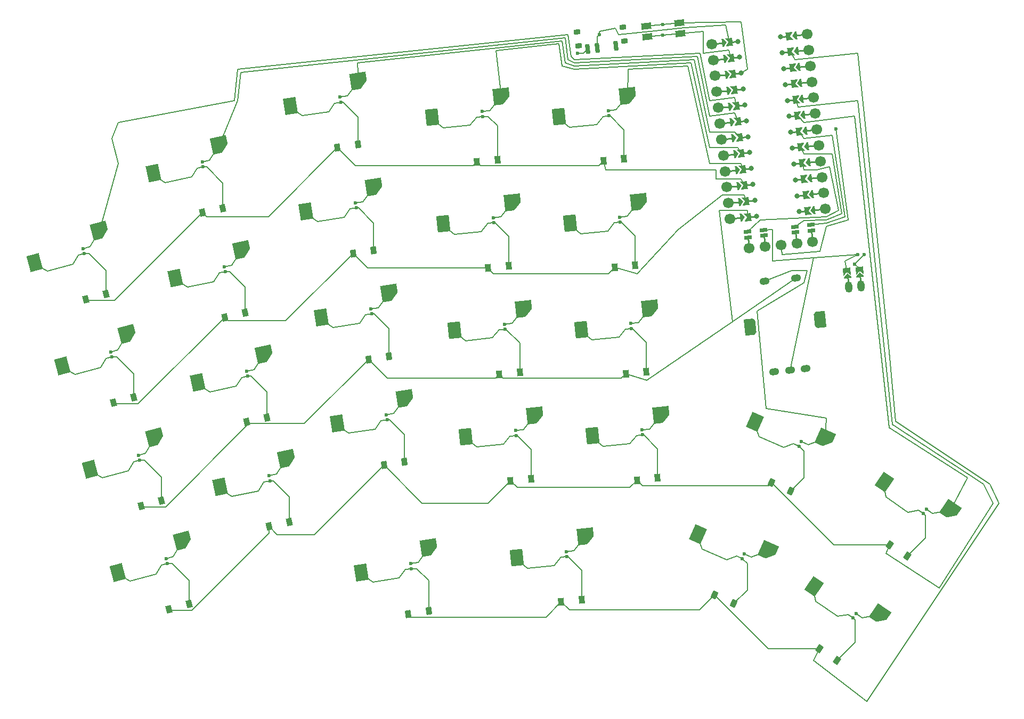
<source format=gbr>
%TF.GenerationSoftware,KiCad,Pcbnew,9.0.2*%
%TF.CreationDate,2025-05-27T05:35:02-06:00*%
%TF.ProjectId,keeb,6b656562-2e6b-4696-9361-645f70636258,v1.0.0*%
%TF.SameCoordinates,Original*%
%TF.FileFunction,Copper,L1,Top*%
%TF.FilePolarity,Positive*%
%FSLAX46Y46*%
G04 Gerber Fmt 4.6, Leading zero omitted, Abs format (unit mm)*
G04 Created by KiCad (PCBNEW 9.0.2) date 2025-05-27 05:35:02*
%MOMM*%
%LPD*%
G01*
G04 APERTURE LIST*
G04 Aperture macros list*
%AMHorizOval*
0 Thick line with rounded ends*
0 $1 width*
0 $2 $3 position (X,Y) of the first rounded end (center of the circle)*
0 $4 $5 position (X,Y) of the second rounded end (center of the circle)*
0 Add line between two ends*
20,1,$1,$2,$3,$4,$5,0*
0 Add two circle primitives to create the rounded ends*
1,1,$1,$2,$3*
1,1,$1,$4,$5*%
%AMRotRect*
0 Rectangle, with rotation*
0 The origin of the aperture is its center*
0 $1 length*
0 $2 width*
0 $3 Rotation angle, in degrees counterclockwise*
0 Add horizontal line*
21,1,$1,$2,0,0,$3*%
%AMOutline5P*
0 Free polygon, 5 corners , with rotation*
0 The origin of the aperture is its center*
0 number of corners: always 5*
0 $1 to $10 corner X, Y*
0 $11 Rotation angle, in degrees counterclockwise*
0 create outline with 5 corners*
4,1,5,$1,$2,$3,$4,$5,$6,$7,$8,$9,$10,$1,$2,$11*%
%AMOutline6P*
0 Free polygon, 6 corners , with rotation*
0 The origin of the aperture is its center*
0 number of corners: always 6*
0 $1 to $12 corner X, Y*
0 $13 Rotation angle, in degrees counterclockwise*
0 create outline with 6 corners*
4,1,6,$1,$2,$3,$4,$5,$6,$7,$8,$9,$10,$11,$12,$1,$2,$13*%
%AMOutline7P*
0 Free polygon, 7 corners , with rotation*
0 The origin of the aperture is its center*
0 number of corners: always 7*
0 $1 to $14 corner X, Y*
0 $15 Rotation angle, in degrees counterclockwise*
0 create outline with 7 corners*
4,1,7,$1,$2,$3,$4,$5,$6,$7,$8,$9,$10,$11,$12,$13,$14,$1,$2,$15*%
%AMOutline8P*
0 Free polygon, 8 corners , with rotation*
0 The origin of the aperture is its center*
0 number of corners: always 8*
0 $1 to $16 corner X, Y*
0 $17 Rotation angle, in degrees counterclockwise*
0 create outline with 8 corners*
4,1,8,$1,$2,$3,$4,$5,$6,$7,$8,$9,$10,$11,$12,$13,$14,$15,$16,$1,$2,$17*%
%AMFreePoly0*
4,1,6,0.250000,0.000000,-0.250000,-0.625000,-0.500000,-0.625000,-0.500000,0.625000,-0.250000,0.625000,0.250000,0.000000,0.250000,0.000000,$1*%
%AMFreePoly1*
4,1,6,0.500000,-0.625000,-0.650000,-0.625000,-0.150000,0.000000,-0.650000,0.625000,0.500000,0.625000,0.500000,-0.625000,0.500000,-0.625000,$1*%
%AMFreePoly2*
4,1,6,0.600000,-0.200000,0.600000,-0.400000,-0.600000,-0.400000,-0.600000,-0.200000,0.000000,0.400000,0.600000,-0.200000,0.600000,-0.200000,$1*%
%AMFreePoly3*
4,1,6,0.600000,-1.000000,0.000000,-0.400000,-0.600000,-1.000000,-0.600000,0.250000,0.600000,0.250000,0.600000,-1.000000,0.600000,-1.000000,$1*%
G04 Aperture macros list end*
%TA.AperFunction,SMDPad,CuDef*%
%ADD10Outline5P,-1.300000X1.300000X1.300000X1.300000X1.300000X-0.117000X0.117000X-1.300000X-1.300000X-1.300000X15.000000*%
%TD*%
%TA.AperFunction,SMDPad,CuDef*%
%ADD11RotRect,2.000000X2.600000X15.000000*%
%TD*%
%TA.AperFunction,SMDPad,CuDef*%
%ADD12Outline5P,-1.300000X1.300000X1.300000X1.300000X1.300000X-0.117000X0.117000X-1.300000X-1.300000X-1.300000X12.000000*%
%TD*%
%TA.AperFunction,SMDPad,CuDef*%
%ADD13RotRect,2.000000X2.600000X12.000000*%
%TD*%
%TA.AperFunction,SMDPad,CuDef*%
%ADD14Outline5P,-1.300000X1.300000X1.300000X1.300000X1.300000X-0.117000X0.117000X-1.300000X-1.300000X-1.300000X9.000000*%
%TD*%
%TA.AperFunction,SMDPad,CuDef*%
%ADD15RotRect,2.000000X2.600000X9.000000*%
%TD*%
%TA.AperFunction,SMDPad,CuDef*%
%ADD16Outline5P,-1.300000X1.300000X1.300000X1.300000X1.300000X-0.117000X0.117000X-1.300000X-1.300000X-1.300000X6.000000*%
%TD*%
%TA.AperFunction,SMDPad,CuDef*%
%ADD17RotRect,2.000000X2.600000X6.000000*%
%TD*%
%TA.AperFunction,SMDPad,CuDef*%
%ADD18Outline5P,-1.300000X1.300000X1.300000X1.300000X1.300000X-0.117000X0.117000X-1.300000X-1.300000X-1.300000X336.000000*%
%TD*%
%TA.AperFunction,SMDPad,CuDef*%
%ADD19RotRect,2.000000X2.600000X336.000000*%
%TD*%
%TA.AperFunction,SMDPad,CuDef*%
%ADD20Outline5P,-1.300000X1.300000X1.300000X1.300000X1.300000X-0.117000X0.117000X-1.300000X-1.300000X-1.300000X326.000000*%
%TD*%
%TA.AperFunction,SMDPad,CuDef*%
%ADD21RotRect,2.000000X2.600000X326.000000*%
%TD*%
%TA.AperFunction,SMDPad,CuDef*%
%ADD22RotRect,0.900000X1.200000X15.000000*%
%TD*%
%TA.AperFunction,SMDPad,CuDef*%
%ADD23RotRect,0.900000X1.200000X12.000000*%
%TD*%
%TA.AperFunction,SMDPad,CuDef*%
%ADD24RotRect,0.900000X1.200000X9.000000*%
%TD*%
%TA.AperFunction,SMDPad,CuDef*%
%ADD25RotRect,0.900000X1.200000X6.000000*%
%TD*%
%TA.AperFunction,SMDPad,CuDef*%
%ADD26RotRect,0.900000X1.200000X336.000000*%
%TD*%
%TA.AperFunction,SMDPad,CuDef*%
%ADD27RotRect,0.900000X1.200000X326.000000*%
%TD*%
%TA.AperFunction,ComponentPad*%
%ADD28C,1.700000*%
%TD*%
%TA.AperFunction,ComponentPad*%
%ADD29C,0.800000*%
%TD*%
%TA.AperFunction,SMDPad,CuDef*%
%ADD30FreePoly0,6.000000*%
%TD*%
%TA.AperFunction,SMDPad,CuDef*%
%ADD31FreePoly1,6.000000*%
%TD*%
%TA.AperFunction,SMDPad,CuDef*%
%ADD32FreePoly1,186.000000*%
%TD*%
%TA.AperFunction,SMDPad,CuDef*%
%ADD33FreePoly0,186.000000*%
%TD*%
%TA.AperFunction,SMDPad,CuDef*%
%ADD34RotRect,1.550000X1.000000X186.000000*%
%TD*%
%TA.AperFunction,ComponentPad*%
%ADD35HorizOval,1.100000X0.248630X0.026132X-0.248630X-0.026132X0*%
%TD*%
%TA.AperFunction,ComponentPad*%
%ADD36Outline6P,-1.300000X0.540000X-0.940000X0.900000X0.940000X0.900000X1.300000X0.540000X1.300000X-0.900000X-1.300000X-0.900000X276.000000*%
%TD*%
%TA.AperFunction,ComponentPad*%
%ADD37Outline6P,-1.300000X0.900000X1.300000X0.900000X1.300000X-0.540000X0.940000X-0.900000X-0.940000X-0.900000X-1.300000X-0.540000X276.000000*%
%TD*%
%TA.AperFunction,ComponentPad*%
%ADD38HorizOval,1.200000X-0.028745X0.273494X0.028745X-0.273494X0*%
%TD*%
%TA.AperFunction,SMDPad,CuDef*%
%ADD39FreePoly2,6.000000*%
%TD*%
%TA.AperFunction,SMDPad,CuDef*%
%ADD40FreePoly3,6.000000*%
%TD*%
%TA.AperFunction,SMDPad,CuDef*%
%ADD41RotRect,1.000000X0.800000X186.000000*%
%TD*%
%TA.AperFunction,SMDPad,CuDef*%
%ADD42RotRect,0.700000X1.500000X186.000000*%
%TD*%
%TA.AperFunction,SMDPad,CuDef*%
%ADD43RotRect,0.600000X1.200000X96.000000*%
%TD*%
%TA.AperFunction,ComponentPad*%
%ADD44HorizOval,1.700000X0.000000X0.000000X0.000000X0.000000X0*%
%TD*%
%TA.AperFunction,ViaPad*%
%ADD45C,0.600000*%
%TD*%
%TA.AperFunction,Conductor*%
%ADD46C,0.200000*%
%TD*%
%TA.AperFunction,Conductor*%
%ADD47C,0.250000*%
%TD*%
G04 APERTURE END LIST*
D10*
%TO.P,S1,1*%
%TO.N,P21*%
X47223510Y-93984370D03*
D11*
%TO.P,S1,2*%
%TO.N,pinky_bottom*%
X36926246Y-99021121D03*
%TD*%
D10*
%TO.P,S2,1*%
%TO.N,P21*%
X42823586Y-77563631D03*
D11*
%TO.P,S2,2*%
%TO.N,pinky_home*%
X32526322Y-82600382D03*
%TD*%
D10*
%TO.P,S3,1*%
%TO.N,P21*%
X38423663Y-61142892D03*
D11*
%TO.P,S3,2*%
%TO.N,pinky_top*%
X28126399Y-66179643D03*
%TD*%
D10*
%TO.P,S4,1*%
%TO.N,P21*%
X34023739Y-44722153D03*
D11*
%TO.P,S4,2*%
%TO.N,pinky_number*%
X23726475Y-49758904D03*
%TD*%
D12*
%TO.P,S5,1*%
%TO.N,P20*%
X63719064Y-80950441D03*
D13*
%TO.P,S5,2*%
%TO.N,ring_bottom*%
X53172309Y-85441372D03*
%TD*%
D12*
%TO.P,S6,1*%
%TO.N,P20*%
X60184565Y-64321931D03*
D13*
%TO.P,S6,2*%
%TO.N,ring_home*%
X49637810Y-68812862D03*
%TD*%
D12*
%TO.P,S7,1*%
%TO.N,P20*%
X56650067Y-47693422D03*
D13*
%TO.P,S7,2*%
%TO.N,ring_top*%
X46103312Y-52184353D03*
%TD*%
D12*
%TO.P,S8,1*%
%TO.N,P20*%
X53115568Y-31064913D03*
D13*
%TO.P,S8,2*%
%TO.N,ring_number*%
X42568813Y-35555844D03*
%TD*%
D14*
%TO.P,S9,1*%
%TO.N,P19*%
X82535888Y-71375624D03*
D15*
%TO.P,S9,2*%
%TO.N,middle_bottom*%
X71768550Y-75308426D03*
%TD*%
D14*
%TO.P,S10,1*%
%TO.N,P19*%
X80074040Y-54553635D03*
D15*
%TO.P,S10,2*%
%TO.N,middle_home*%
X69306702Y-58486437D03*
%TD*%
D14*
%TO.P,S11,1*%
%TO.N,P19*%
X77612191Y-37731646D03*
D15*
%TO.P,S11,2*%
%TO.N,middle_top*%
X66844853Y-41664448D03*
%TD*%
D14*
%TO.P,S12,1*%
%TO.N,P19*%
X75150343Y-20909657D03*
D15*
%TO.P,S12,2*%
%TO.N,middle_number*%
X64383005Y-24842459D03*
%TD*%
D14*
%TO.P,S13,1*%
%TO.N,P19*%
X86389084Y-95064500D03*
D15*
%TO.P,S13,2*%
%TO.N,middle_additional*%
X75621746Y-98997302D03*
%TD*%
D16*
%TO.P,S14,1*%
%TO.N,P18*%
X103204513Y-74044718D03*
D17*
%TO.P,S14,2*%
%TO.N,index_bottom*%
X92246104Y-77408611D03*
%TD*%
D16*
%TO.P,S15,1*%
%TO.N,P18*%
X101427530Y-57137846D03*
D17*
%TO.P,S15,2*%
%TO.N,index_home*%
X90469121Y-60501739D03*
%TD*%
D16*
%TO.P,S16,1*%
%TO.N,P18*%
X99650546Y-40230974D03*
D17*
%TO.P,S16,2*%
%TO.N,index_top*%
X88692137Y-43594867D03*
%TD*%
D16*
%TO.P,S17,1*%
%TO.N,P18*%
X97873562Y-23324101D03*
D17*
%TO.P,S17,2*%
%TO.N,index_number*%
X86915153Y-26687994D03*
%TD*%
D16*
%TO.P,S18,1*%
%TO.N,P15*%
X123304008Y-73943192D03*
D17*
%TO.P,S18,2*%
%TO.N,inner_bottom*%
X112345599Y-77307085D03*
%TD*%
D16*
%TO.P,S19,1*%
%TO.N,P15*%
X121527025Y-57036320D03*
D17*
%TO.P,S19,2*%
%TO.N,inner_home*%
X110568616Y-60400213D03*
%TD*%
D16*
%TO.P,S20,1*%
%TO.N,P15*%
X119750041Y-40129448D03*
D17*
%TO.P,S20,2*%
%TO.N,inner_top*%
X108791632Y-43493341D03*
%TD*%
D16*
%TO.P,S21,1*%
%TO.N,P15*%
X117973057Y-23222576D03*
D17*
%TO.P,S21,2*%
%TO.N,inner_number*%
X107014648Y-26586469D03*
%TD*%
D16*
%TO.P,S22,1*%
%TO.N,P18*%
X111262214Y-93307985D03*
D17*
%TO.P,S22,2*%
%TO.N,space_top*%
X100303805Y-96671878D03*
%TD*%
D18*
%TO.P,S23,1*%
%TO.N,P1*%
X149372955Y-77673328D03*
D19*
%TO.P,S23,2*%
%TO.N,first_top*%
X138200748Y-75107341D03*
%TD*%
D18*
%TO.P,S24,1*%
%TO.N,P1*%
X140324676Y-95537501D03*
D19*
%TO.P,S24,2*%
%TO.N,first_bottom*%
X129152469Y-92971514D03*
%TD*%
D20*
%TO.P,S25,1*%
%TO.N,P3*%
X169290975Y-89110678D03*
D21*
%TO.P,S25,2*%
%TO.N,second_top*%
X158734078Y-84643641D03*
%TD*%
D20*
%TO.P,S26,1*%
%TO.N,P3*%
X158107117Y-105691430D03*
D21*
%TO.P,S26,2*%
%TO.N,second_bottom*%
X147550220Y-101224393D03*
%TD*%
D22*
%TO.P,D1,1*%
%TO.N,P2*%
X45041574Y-104870015D03*
%TO.P,D1,2*%
%TO.N,pinky_bottom*%
X48229130Y-104015913D03*
%TD*%
%TO.P,D2,1*%
%TO.N,P10*%
X40641651Y-88449276D03*
%TO.P,D2,2*%
%TO.N,pinky_home*%
X43829207Y-87595174D03*
%TD*%
%TO.P,D3,1*%
%TO.N,P16*%
X36241727Y-72028537D03*
%TO.P,D3,2*%
%TO.N,pinky_top*%
X39429283Y-71174435D03*
%TD*%
%TO.P,D4,1*%
%TO.N,P14*%
X31841803Y-55607798D03*
%TO.P,D4,2*%
%TO.N,pinky_number*%
X35029359Y-54753696D03*
%TD*%
D23*
%TO.P,D5,1*%
%TO.N,P2*%
X60970408Y-91706974D03*
%TO.P,D5,2*%
%TO.N,ring_bottom*%
X64198296Y-91020866D03*
%TD*%
%TO.P,D6,1*%
%TO.N,P10*%
X57435909Y-75078465D03*
%TO.P,D6,2*%
%TO.N,ring_home*%
X60663797Y-74392357D03*
%TD*%
%TO.P,D7,1*%
%TO.N,P16*%
X53901410Y-58449956D03*
%TO.P,D7,2*%
%TO.N,ring_top*%
X57129298Y-57763848D03*
%TD*%
%TO.P,D8,1*%
%TO.N,P14*%
X50366912Y-41821446D03*
%TO.P,D8,2*%
%TO.N,ring_number*%
X53594800Y-41135338D03*
%TD*%
D24*
%TO.P,D9,1*%
%TO.N,P2*%
X79228046Y-81973562D03*
%TO.P,D9,2*%
%TO.N,middle_bottom*%
X82487418Y-81457328D03*
%TD*%
%TO.P,D10,1*%
%TO.N,P10*%
X76766197Y-65151573D03*
%TO.P,D10,2*%
%TO.N,middle_home*%
X80025569Y-64635339D03*
%TD*%
%TO.P,D11,1*%
%TO.N,P16*%
X74304349Y-48329585D03*
%TO.P,D11,2*%
%TO.N,middle_top*%
X77563721Y-47813351D03*
%TD*%
%TO.P,D12,1*%
%TO.N,P14*%
X71842501Y-31507596D03*
%TO.P,D12,2*%
%TO.N,middle_number*%
X75101873Y-30991362D03*
%TD*%
%TO.P,D13,1*%
%TO.N,P0*%
X83081242Y-105662439D03*
%TO.P,D13,2*%
%TO.N,middle_additional*%
X86340614Y-105146205D03*
%TD*%
D25*
%TO.P,D14,1*%
%TO.N,P2*%
X99346551Y-84455014D03*
%TO.P,D14,2*%
%TO.N,index_bottom*%
X102628473Y-84110070D03*
%TD*%
%TO.P,D15,1*%
%TO.N,P10*%
X97569567Y-67548141D03*
%TO.P,D15,2*%
%TO.N,index_home*%
X100851489Y-67203197D03*
%TD*%
%TO.P,D16,1*%
%TO.N,P16*%
X95792584Y-50641269D03*
%TO.P,D16,2*%
%TO.N,index_top*%
X99074506Y-50296325D03*
%TD*%
%TO.P,D17,1*%
%TO.N,P14*%
X94015600Y-33734397D03*
%TO.P,D17,2*%
%TO.N,index_number*%
X97297522Y-33389453D03*
%TD*%
%TO.P,D18,1*%
%TO.N,P2*%
X119446046Y-84353488D03*
%TO.P,D18,2*%
%TO.N,inner_bottom*%
X122727968Y-84008544D03*
%TD*%
%TO.P,D19,1*%
%TO.N,P10*%
X117669062Y-67446616D03*
%TO.P,D19,2*%
%TO.N,inner_home*%
X120950984Y-67101672D03*
%TD*%
%TO.P,D20,1*%
%TO.N,P16*%
X115892078Y-50539744D03*
%TO.P,D20,2*%
%TO.N,inner_top*%
X119174000Y-50194800D03*
%TD*%
%TO.P,D21,1*%
%TO.N,P14*%
X114115095Y-33632871D03*
%TO.P,D21,2*%
%TO.N,inner_number*%
X117397017Y-33287927D03*
%TD*%
%TO.P,D22,1*%
%TO.N,P0*%
X107404252Y-103718281D03*
%TO.P,D22,2*%
%TO.N,space_top*%
X110686174Y-103373337D03*
%TD*%
D26*
%TO.P,D23,1*%
%TO.N,P2*%
X140826714Y-84759928D03*
%TO.P,D23,2*%
%TO.N,first_top*%
X143841414Y-86102158D03*
%TD*%
%TO.P,D24,1*%
%TO.N,P0*%
X131778436Y-102624101D03*
%TO.P,D24,2*%
%TO.N,first_bottom*%
X134793136Y-103966331D03*
%TD*%
D27*
%TO.P,D25,1*%
%TO.N,P2*%
X159643995Y-94605577D03*
%TO.P,D25,2*%
%TO.N,second_top*%
X162379819Y-96450913D03*
%TD*%
%TO.P,D26,1*%
%TO.N,P0*%
X148460137Y-111186329D03*
%TO.P,D26,2*%
%TO.N,second_bottom*%
X151195961Y-113031665D03*
%TD*%
D28*
%TO.P,MCU1,24*%
%TO.N,MCU1_24*%
X131295221Y-15035179D03*
%TO.P,MCU1,1*%
%TO.N,MCU1_1*%
X146451734Y-13442165D03*
D29*
%TO.P,MCU1,124*%
%TO.N,RAW*%
X135492103Y-14594069D03*
%TO.P,MCU1,101*%
%TO.N,P1*%
X142254852Y-13883275D03*
D30*
%TO.P,MCU1,24*%
%TO.N,MCU1_24*%
X133403607Y-14813578D03*
D31*
%TO.P,MCU1,124*%
%TO.N,RAW*%
X134124635Y-14737795D03*
D32*
%TO.P,MCU1,101*%
%TO.N,P1*%
X143622320Y-13739549D03*
D33*
%TO.P,MCU1,1*%
%TO.N,MCU1_1*%
X144343348Y-13663765D03*
D28*
%TO.P,MCU1,23*%
%TO.N,MCU1_23*%
X131560723Y-17561264D03*
%TO.P,MCU1,2*%
%TO.N,MCU1_2*%
X146717237Y-15968251D03*
D29*
%TO.P,MCU1,123*%
%TO.N,GND*%
X135757605Y-17120154D03*
%TO.P,MCU1,102*%
%TO.N,P0*%
X142520354Y-16409361D03*
D30*
%TO.P,MCU1,23*%
%TO.N,MCU1_23*%
X133669109Y-17339664D03*
D31*
%TO.P,MCU1,123*%
%TO.N,GND*%
X134390138Y-17263881D03*
D32*
%TO.P,MCU1,102*%
%TO.N,P0*%
X143887822Y-16265634D03*
D33*
%TO.P,MCU1,2*%
%TO.N,MCU1_2*%
X144608850Y-16189851D03*
D28*
%TO.P,MCU1,22*%
%TO.N,MCU1_22*%
X131826225Y-20087350D03*
%TO.P,MCU1,3*%
%TO.N,MCU1_3*%
X146982739Y-18494336D03*
D29*
%TO.P,MCU1,122*%
%TO.N,RST*%
X136023108Y-19646240D03*
%TO.P,MCU1,103*%
%TO.N,GND*%
X142785857Y-18935446D03*
D30*
%TO.P,MCU1,22*%
%TO.N,MCU1_22*%
X133934612Y-19865750D03*
D31*
%TO.P,MCU1,122*%
%TO.N,RST*%
X134655640Y-19789967D03*
D32*
%TO.P,MCU1,103*%
%TO.N,GND*%
X144153324Y-18791720D03*
D33*
%TO.P,MCU1,3*%
%TO.N,MCU1_3*%
X144874353Y-18715937D03*
D28*
%TO.P,MCU1,21*%
%TO.N,MCU1_21*%
X132091728Y-22613436D03*
%TO.P,MCU1,4*%
%TO.N,MCU1_4*%
X147248241Y-21020422D03*
D29*
%TO.P,MCU1,121*%
%TO.N,VCC*%
X136288610Y-22172326D03*
%TO.P,MCU1,104*%
%TO.N,GND*%
X143051359Y-21461532D03*
D30*
%TO.P,MCU1,21*%
%TO.N,MCU1_21*%
X134200114Y-22391835D03*
D31*
%TO.P,MCU1,121*%
%TO.N,VCC*%
X134921142Y-22316052D03*
D32*
%TO.P,MCU1,104*%
%TO.N,GND*%
X144418826Y-21317805D03*
D33*
%TO.P,MCU1,4*%
%TO.N,MCU1_4*%
X145139855Y-21242022D03*
D28*
%TO.P,MCU1,20*%
%TO.N,MCU1_20*%
X132357230Y-25139521D03*
%TO.P,MCU1,5*%
%TO.N,MCU1_5*%
X147513744Y-23546507D03*
D29*
%TO.P,MCU1,120*%
%TO.N,P21*%
X136554112Y-24698411D03*
%TO.P,MCU1,105*%
%TO.N,P2*%
X143316861Y-23987618D03*
D30*
%TO.P,MCU1,20*%
%TO.N,MCU1_20*%
X134465616Y-24917921D03*
D31*
%TO.P,MCU1,120*%
%TO.N,P21*%
X135186645Y-24842138D03*
D32*
%TO.P,MCU1,105*%
%TO.N,P2*%
X144684329Y-23843891D03*
D33*
%TO.P,MCU1,5*%
%TO.N,MCU1_5*%
X145405357Y-23768108D03*
D28*
%TO.P,MCU1,19*%
%TO.N,MCU1_19*%
X132622732Y-27665607D03*
%TO.P,MCU1,6*%
%TO.N,MCU1_6*%
X147779246Y-26072593D03*
D29*
%TO.P,MCU1,119*%
%TO.N,P20*%
X136819615Y-27224497D03*
%TO.P,MCU1,106*%
%TO.N,P3*%
X143582363Y-26513703D03*
D30*
%TO.P,MCU1,19*%
%TO.N,MCU1_19*%
X134731119Y-27444007D03*
D31*
%TO.P,MCU1,119*%
%TO.N,P20*%
X135452147Y-27368223D03*
D32*
%TO.P,MCU1,106*%
%TO.N,P3*%
X144949831Y-26369977D03*
D33*
%TO.P,MCU1,6*%
%TO.N,MCU1_6*%
X145670859Y-26294193D03*
D28*
%TO.P,MCU1,18*%
%TO.N,MCU1_18*%
X132888234Y-30191693D03*
%TO.P,MCU1,7*%
%TO.N,MCU1_7*%
X148044748Y-28598679D03*
D29*
%TO.P,MCU1,118*%
%TO.N,P19*%
X137085117Y-29750582D03*
%TO.P,MCU1,107*%
%TO.N,P4*%
X143847866Y-29039789D03*
D30*
%TO.P,MCU1,18*%
%TO.N,MCU1_18*%
X134996621Y-29970092D03*
D31*
%TO.P,MCU1,118*%
%TO.N,P19*%
X135717649Y-29894309D03*
D32*
%TO.P,MCU1,107*%
%TO.N,P4*%
X145215333Y-28896062D03*
D33*
%TO.P,MCU1,7*%
%TO.N,MCU1_7*%
X145936362Y-28820279D03*
D28*
%TO.P,MCU1,17*%
%TO.N,MCU1_17*%
X133153737Y-32717778D03*
%TO.P,MCU1,8*%
%TO.N,MCU1_8*%
X148310250Y-31124764D03*
D29*
%TO.P,MCU1,117*%
%TO.N,P18*%
X137350619Y-32276668D03*
%TO.P,MCU1,108*%
%TO.N,P5*%
X144113368Y-31565874D03*
D30*
%TO.P,MCU1,17*%
%TO.N,MCU1_17*%
X135262123Y-32496178D03*
D31*
%TO.P,MCU1,117*%
%TO.N,P18*%
X135983152Y-32420395D03*
D32*
%TO.P,MCU1,108*%
%TO.N,P5*%
X145480836Y-31422148D03*
D33*
%TO.P,MCU1,8*%
%TO.N,MCU1_8*%
X146201864Y-31346365D03*
D28*
%TO.P,MCU1,16*%
%TO.N,MCU1_16*%
X133419239Y-35243864D03*
%TO.P,MCU1,9*%
%TO.N,MCU1_9*%
X148575753Y-33650850D03*
D29*
%TO.P,MCU1,116*%
%TO.N,P15*%
X137616121Y-34802754D03*
%TO.P,MCU1,109*%
%TO.N,P6*%
X144378870Y-34091960D03*
D30*
%TO.P,MCU1,16*%
%TO.N,MCU1_16*%
X135527625Y-35022263D03*
D31*
%TO.P,MCU1,116*%
%TO.N,P15*%
X136248654Y-34946480D03*
D32*
%TO.P,MCU1,109*%
%TO.N,P6*%
X145746338Y-33948233D03*
D33*
%TO.P,MCU1,9*%
%TO.N,MCU1_9*%
X146467366Y-33872450D03*
D28*
%TO.P,MCU1,15*%
%TO.N,MCU1_15*%
X133684741Y-37769949D03*
%TO.P,MCU1,10*%
%TO.N,MCU1_10*%
X148841255Y-36176936D03*
D29*
%TO.P,MCU1,115*%
%TO.N,P14*%
X137881624Y-37328839D03*
%TO.P,MCU1,110*%
%TO.N,P7*%
X144644373Y-36618046D03*
D30*
%TO.P,MCU1,15*%
%TO.N,MCU1_15*%
X135793128Y-37548349D03*
D31*
%TO.P,MCU1,115*%
%TO.N,P14*%
X136514156Y-37472566D03*
D32*
%TO.P,MCU1,110*%
%TO.N,P7*%
X146011840Y-36474319D03*
D33*
%TO.P,MCU1,10*%
%TO.N,MCU1_10*%
X146732869Y-36398536D03*
D28*
%TO.P,MCU1,14*%
%TO.N,MCU1_14*%
X133950244Y-40296035D03*
%TO.P,MCU1,11*%
%TO.N,MCU1_11*%
X149106757Y-38703021D03*
D29*
%TO.P,MCU1,114*%
%TO.N,P16*%
X138147126Y-39854925D03*
%TO.P,MCU1,111*%
%TO.N,P8*%
X144909875Y-39144131D03*
D30*
%TO.P,MCU1,14*%
%TO.N,MCU1_14*%
X136058630Y-40074435D03*
D31*
%TO.P,MCU1,114*%
%TO.N,P16*%
X136779658Y-39998651D03*
D32*
%TO.P,MCU1,111*%
%TO.N,P8*%
X146277343Y-39000405D03*
D33*
%TO.P,MCU1,11*%
%TO.N,MCU1_11*%
X146998371Y-38924622D03*
D28*
%TO.P,MCU1,13*%
%TO.N,MCU1_13*%
X134215746Y-42822121D03*
%TO.P,MCU1,12*%
%TO.N,MCU1_12*%
X149372260Y-41229107D03*
D29*
%TO.P,MCU1,113*%
%TO.N,P10*%
X138412628Y-42381010D03*
%TO.P,MCU1,112*%
%TO.N,P9*%
X145175377Y-41670217D03*
D30*
%TO.P,MCU1,13*%
%TO.N,MCU1_13*%
X136324132Y-42600520D03*
D31*
%TO.P,MCU1,113*%
%TO.N,P10*%
X137045161Y-42524737D03*
D32*
%TO.P,MCU1,112*%
%TO.N,P9*%
X146542845Y-41526490D03*
D33*
%TO.P,MCU1,12*%
%TO.N,MCU1_12*%
X147263873Y-41450707D03*
%TD*%
D34*
%TO.P,RST1,1*%
%TO.N,RST*%
X126158608Y-11653576D03*
%TO.P,RST1,2*%
%TO.N,GND*%
X126336306Y-13344263D03*
%TO.P,RST1,3*%
%TO.N,RST*%
X120937368Y-12202351D03*
%TO.P,RST1,4*%
%TO.N,GND*%
X121115066Y-13893038D03*
%TD*%
D35*
%TO.P,RE1,A*%
%TO.N,P9*%
X146230557Y-66636179D03*
%TO.P,RE1,B*%
%TO.N,GND*%
X143744252Y-66897500D03*
%TO.P,RE1,C*%
%TO.N,P8*%
X141257948Y-67158821D03*
%TO.P,RE1,S1*%
%TO.N,P1*%
X139742285Y-52738254D03*
%TO.P,RE1,S2*%
%TO.N,P10*%
X144714894Y-52215612D03*
D36*
%TO.P,RE1,*%
%TO.N,*%
X137390966Y-60023945D03*
D37*
X148529612Y-58853227D03*
%TD*%
D38*
%TO.P,JST1,11*%
%TO.N,JST1_1*%
X155062049Y-53461372D03*
%TO.P,JST1,12*%
%TO.N,JST1_2*%
X153073005Y-53670428D03*
D39*
%TO.P,JST1,21*%
%TO.N,JST1_1*%
X154873898Y-51671232D03*
%TO.P,JST1,22*%
%TO.N,JST1_2*%
X152884854Y-51880289D03*
D40*
%TO.P,JST1,1*%
%TO.N,BAT_P*%
X154767697Y-50660798D03*
%TO.P,JST1,2*%
%TO.N,GND*%
X152778653Y-50869855D03*
%TD*%
D41*
%TO.P,PWR1,*%
%TO.N,*%
X109944019Y-13081284D03*
X110175026Y-15279177D03*
X117435036Y-14516119D03*
X117204028Y-12318226D03*
D42*
%TO.P,PWR1,1*%
%TO.N,N/C*%
X116110649Y-15308898D03*
%TO.P,PWR1,2*%
%TO.N,RAW*%
X113127083Y-15622484D03*
%TO.P,PWR1,3*%
%TO.N,BAT_P*%
X111635301Y-15779277D03*
%TD*%
D43*
%TO.P,DISP1,14*%
%TO.N,P6*%
X136983293Y-44853964D03*
%TO.P,DISP1,15*%
%TO.N,GND*%
X139509378Y-44588462D03*
%TO.P,DISP1,16*%
%TO.N,P5*%
X144561550Y-44057457D03*
%TO.P,DISP1,17*%
%TO.N,P4*%
X147087635Y-43791955D03*
%TO.P,DISP1,10*%
%TO.N,DISP1_1*%
X137077368Y-45749034D03*
%TO.P,DISP1,11*%
%TO.N,DISP1_2*%
X139603454Y-45483532D03*
%TO.P,DISP1,12*%
%TO.N,DISP1_4*%
X144655625Y-44952527D03*
%TO.P,DISP1,13*%
%TO.N,DISP1_5*%
X147181711Y-44687025D03*
D44*
%TO.P,DISP1,1*%
%TO.N,DISP1_1*%
X137260293Y-47489447D03*
%TO.P,DISP1,2*%
%TO.N,DISP1_2*%
X139786379Y-47223945D03*
%TO.P,DISP1,3*%
%TO.N,VCC*%
X142312464Y-46958443D03*
%TO.P,DISP1,4*%
%TO.N,DISP1_4*%
X144838550Y-46692940D03*
D28*
%TO.P,DISP1,5*%
%TO.N,DISP1_5*%
X147364636Y-46427438D03*
%TD*%
D45*
%TO.N,VCC*%
X151066667Y-28500000D03*
%TO.N,BAT_P*%
X155500000Y-48500000D03*
%TO.N,GND*%
X154500000Y-48500000D03*
%TO.N,BAT_P*%
X154000000Y-50000000D03*
%TO.N,GND*%
X123500000Y-13642371D03*
%TO.N,RST*%
X123500000Y-11933007D03*
%TO.N,RAW*%
X113500000Y-13500000D03*
%TO.N,BAT_P*%
X110000000Y-16500000D03*
%TO.N,P21*%
X44597152Y-96836298D03*
%TO.N,pinky_bottom*%
X44804208Y-97609039D03*
%TO.N,P21*%
X40197229Y-80415559D03*
%TO.N,pinky_home*%
X40404284Y-81188300D03*
%TO.N,P21*%
X35797305Y-63994820D03*
%TO.N,pinky_top*%
X36004360Y-64767561D03*
%TO.N,P21*%
X31397381Y-47574081D03*
%TO.N,pinky_number*%
X31604436Y-48346822D03*
%TO.N,P20*%
X60947047Y-83661008D03*
%TO.N,ring_bottom*%
X61113377Y-84443526D03*
%TO.N,P20*%
X57412549Y-67032498D03*
%TO.N,ring_home*%
X57578878Y-67815017D03*
%TO.N,P20*%
X53878050Y-50403989D03*
%TO.N,ring_top*%
X54044379Y-51186507D03*
%TO.N,P20*%
X50343551Y-33775480D03*
%TO.N,ring_number*%
X50509881Y-34557998D03*
%TO.N,P19*%
X79625810Y-73937399D03*
%TO.N,middle_bottom*%
X79750958Y-74727550D03*
%TO.N,P19*%
X77163962Y-57115410D03*
%TO.N,middle_home*%
X77289110Y-57905561D03*
%TO.N,P19*%
X74702114Y-40293422D03*
%TO.N,middle_top*%
X74827261Y-41083573D03*
%TO.N,P19*%
X72240265Y-23471433D03*
%TO.N,middle_number*%
X72365413Y-24261584D03*
%TO.N,P19*%
X83479006Y-97626276D03*
%TO.N,middle_additional*%
X83604154Y-98416427D03*
%TO.N,P18*%
X100164351Y-76450682D03*
%TO.N,index_bottom*%
X100247973Y-77246299D03*
%TO.N,P18*%
X98387367Y-59543809D03*
%TO.N,index_home*%
X98470990Y-60339427D03*
%TO.N,P18*%
X96610383Y-42636937D03*
%TO.N,index_top*%
X96694006Y-43432555D03*
%TO.N,P18*%
X94833399Y-25730065D03*
%TO.N,index_number*%
X94917022Y-26525683D03*
%TO.N,P15*%
X120263846Y-76349156D03*
%TO.N,inner_bottom*%
X120347468Y-77144774D03*
%TO.N,P15*%
X118486862Y-59442284D03*
%TO.N,inner_home*%
X118570484Y-60237901D03*
%TO.N,P15*%
X116709878Y-42535412D03*
%TO.N,inner_top*%
X116793501Y-43331029D03*
%TO.N,P15*%
X114932894Y-25628539D03*
%TO.N,inner_number*%
X115016517Y-26424157D03*
%TO.N,P18*%
X108222051Y-95713949D03*
%TO.N,space_top*%
X108305674Y-96509566D03*
%TO.N,P1*%
X145537115Y-78236873D03*
%TO.N,first_top*%
X145211726Y-78967709D03*
%TO.N,P1*%
X136488837Y-96101045D03*
%TO.N,first_bottom*%
X136163448Y-96831882D03*
%TO.N,P3*%
X165415551Y-88999574D03*
%TO.N,second_top*%
X164968197Y-89662805D03*
%TO.N,P3*%
X154231693Y-105580326D03*
%TO.N,second_bottom*%
X153784339Y-106243556D03*
%TD*%
D46*
%TO.N,VCC*%
X149500000Y-44000000D02*
X153000000Y-43000000D01*
X148500000Y-48000000D02*
X149500000Y-44000000D01*
X153000000Y-43000000D02*
X151066667Y-28500000D01*
X142500000Y-48500000D02*
X148500000Y-48000000D01*
X142312464Y-46958443D02*
X142500000Y-48500000D01*
%TO.N,P4*%
X146000000Y-30000000D02*
X145215333Y-28896062D01*
X150500000Y-29500000D02*
X146000000Y-30000000D01*
X149500000Y-43500000D02*
X152500000Y-42500000D01*
X152500000Y-42500000D02*
X150500000Y-29500000D01*
X147087635Y-43791955D02*
X149500000Y-43500000D01*
%TO.N,P5*%
X150500000Y-32500000D02*
X146000000Y-32500000D01*
X152000000Y-42000000D02*
X150500000Y-32500000D01*
X149500000Y-43000000D02*
X152000000Y-42000000D01*
X146003189Y-43066968D02*
X149500000Y-43000000D01*
X144561550Y-44057457D02*
X146003189Y-43066968D01*
X146000000Y-32500000D02*
X145480836Y-31422148D01*
%TO.N,P6*%
X148000000Y-35000000D02*
X146000000Y-35000000D01*
X149500000Y-42500000D02*
X151500000Y-41500000D01*
X146000000Y-35000000D02*
X145746338Y-33948233D01*
X151500000Y-41500000D02*
X150000000Y-34500000D01*
X139000000Y-43000000D02*
X149500000Y-42500000D01*
X150000000Y-34500000D02*
X148000000Y-35000000D01*
X136983293Y-44853964D02*
X139000000Y-43000000D01*
%TO.N,GND*%
X143744252Y-66897500D02*
X147500000Y-49018519D01*
X147500000Y-49018519D02*
X154500000Y-48500000D01*
X141000000Y-49500000D02*
X147500000Y-49018519D01*
X141000000Y-44500000D02*
X141000000Y-49500000D01*
%TO.N,P1*%
X138500000Y-57500000D02*
X140000000Y-73000000D01*
X146500000Y-51000000D02*
X146000000Y-53000000D01*
X146000000Y-53000000D02*
X138500000Y-57500000D01*
X144000000Y-51000000D02*
X146500000Y-51000000D01*
X149500000Y-74500000D02*
X149372955Y-77673328D01*
X140000000Y-73000000D02*
X149500000Y-74500000D01*
X139742285Y-52738254D02*
X144000000Y-51000000D01*
%TO.N,P3*%
X146000000Y-27500000D02*
X144949831Y-26369977D01*
X154000000Y-26500000D02*
X146000000Y-27500000D01*
X159500000Y-76000000D02*
X154000000Y-26500000D01*
X172000000Y-84000000D02*
X159500000Y-76000000D01*
X169290975Y-89110678D02*
X172000000Y-84000000D01*
%TO.N,P2*%
X174500000Y-85000000D02*
X160000000Y-75500000D01*
X176000000Y-88000000D02*
X174500000Y-85000000D01*
X154500000Y-24000000D02*
X145000000Y-25000000D01*
X167500000Y-101500000D02*
X176000000Y-88000000D01*
X160000000Y-75500000D02*
X154500000Y-24000000D01*
X159000000Y-96000000D02*
X167500000Y-101500000D01*
X159643995Y-94605577D02*
X159000000Y-96000000D01*
X145000000Y-25000000D02*
X144684329Y-23843891D01*
%TO.N,BAT_P*%
X154000000Y-50000000D02*
X155500000Y-48500000D01*
X154000000Y-50000000D02*
X154767697Y-50660798D01*
%TO.N,GND*%
X152500000Y-49500000D02*
X152778653Y-50869855D01*
X154500000Y-48500000D02*
X152500000Y-49500000D01*
%TO.N,P0*%
X144500000Y-17500000D02*
X143887822Y-16265634D01*
X159500000Y-64000000D02*
X154500000Y-16500000D01*
X175500000Y-85000000D02*
X160500000Y-75000000D01*
X177000000Y-88000000D02*
X175500000Y-85000000D01*
X154500000Y-16500000D02*
X144500000Y-17500000D01*
X147500000Y-113000000D02*
X156000000Y-119500000D01*
X156000000Y-119500000D02*
X177000000Y-88000000D01*
X160500000Y-75000000D02*
X159500000Y-64000000D01*
X148460137Y-111186329D02*
X147500000Y-113000000D01*
%TO.N,GND*%
X139509378Y-44588462D02*
X141000000Y-44500000D01*
%TO.N,P10*%
X132500000Y-41500000D02*
X134636309Y-59136309D01*
X137000000Y-41500000D02*
X132500000Y-41500000D01*
X121000000Y-68500000D02*
X134636309Y-59136309D01*
X137045161Y-42524737D02*
X137000000Y-41500000D01*
X134636309Y-59136309D02*
X144714894Y-52215612D01*
X117669062Y-67446616D02*
X121000000Y-68500000D01*
%TO.N,P16*%
X133000000Y-39000000D02*
X136500000Y-39000000D01*
X126000000Y-44500000D02*
X133000000Y-39000000D01*
X136500000Y-39000000D02*
X136779658Y-39998651D01*
X119500000Y-51500000D02*
X126000000Y-44500000D01*
X115892078Y-50539744D02*
X119500000Y-51500000D01*
%TO.N,P14*%
X132000000Y-36500000D02*
X136000000Y-36500000D01*
X132000000Y-35000000D02*
X132000000Y-36500000D01*
X114500000Y-35000000D02*
X132000000Y-35000000D01*
X114115095Y-33632871D02*
X114500000Y-35000000D01*
X136000000Y-36500000D02*
X136514156Y-37472566D01*
%TO.N,P15*%
X136000000Y-34000000D02*
X136248654Y-34946480D01*
X131000000Y-34000000D02*
X136000000Y-34000000D01*
X118000000Y-19000000D02*
X127500000Y-18500000D01*
X117973057Y-23222576D02*
X118000000Y-19000000D01*
X127500000Y-18500000D02*
X131000000Y-34000000D01*
%TO.N,P18*%
X135500000Y-31500000D02*
X135983152Y-32420395D01*
X131000000Y-31500000D02*
X135500000Y-31500000D01*
X128000000Y-18000000D02*
X131000000Y-31500000D01*
X109500000Y-19000000D02*
X128000000Y-18000000D01*
X107500000Y-18500000D02*
X109500000Y-19000000D01*
X107000000Y-15000000D02*
X107500000Y-18500000D01*
X97003522Y-16032702D02*
X107000000Y-15000000D01*
X97873562Y-23324101D02*
X97003522Y-16032702D01*
%TO.N,P19*%
X135000000Y-29000000D02*
X135717649Y-29894309D01*
X131000000Y-29000000D02*
X135000000Y-29000000D01*
X128500000Y-17500000D02*
X131000000Y-29000000D01*
X109500000Y-18500000D02*
X128500000Y-17500000D01*
X108000000Y-18000000D02*
X109500000Y-18500000D01*
X107500000Y-14500000D02*
X108000000Y-18000000D01*
X75000000Y-18000000D02*
X107500000Y-14500000D01*
X75150343Y-20909657D02*
X75000000Y-18000000D01*
%TO.N,P20*%
X135000000Y-26000000D02*
X135452147Y-27368223D01*
X109500000Y-18000000D02*
X129000000Y-17000000D01*
X129000000Y-17000000D02*
X131000000Y-26500000D01*
X108500000Y-17500000D02*
X109500000Y-18000000D01*
X108000000Y-14000000D02*
X108500000Y-17500000D01*
X56000000Y-24000000D02*
X56500000Y-19500000D01*
X131000000Y-26500000D02*
X135000000Y-26000000D01*
X53115568Y-31064913D02*
X56000000Y-24000000D01*
X56500000Y-19500000D02*
X108000000Y-14000000D01*
%TO.N,P21*%
X135000000Y-23500000D02*
X135186645Y-24842138D01*
X131000000Y-24000000D02*
X135000000Y-23500000D01*
X129500000Y-16500000D02*
X131000000Y-24000000D01*
X109500000Y-17500000D02*
X129500000Y-16500000D01*
X109000000Y-17000000D02*
X109500000Y-17500000D01*
X108500000Y-13500000D02*
X109000000Y-17000000D01*
X55500000Y-24000000D02*
X56000000Y-19000000D01*
X36000000Y-30000000D02*
X37004624Y-27509981D01*
X37004624Y-27509981D02*
X55500000Y-24000000D01*
X37000000Y-34000000D02*
X36000000Y-30000000D01*
X34023739Y-44722153D02*
X37000000Y-34000000D01*
X56000000Y-19000000D02*
X108500000Y-13500000D01*
%TO.N,RST*%
X137000000Y-19000000D02*
X136023108Y-19646240D01*
X136000000Y-11500000D02*
X137000000Y-19000000D01*
X126158608Y-11653576D02*
X136000000Y-11500000D01*
%TO.N,GND*%
X134000000Y-16000000D02*
X134390138Y-17263881D01*
X130000000Y-16500000D02*
X134000000Y-16000000D01*
X130000000Y-13000000D02*
X130000000Y-16500000D01*
X126336306Y-13344263D02*
X130000000Y-13000000D01*
%TO.N,RAW*%
X127000000Y-12465992D02*
X133500000Y-12000000D01*
X121500000Y-13000000D02*
X127000000Y-12465992D01*
X116500000Y-13500000D02*
X121500000Y-13000000D01*
X116000000Y-12500000D02*
X116500000Y-13500000D01*
X133500000Y-12000000D02*
X134124635Y-14737795D01*
X113500000Y-13000000D02*
X116000000Y-12500000D01*
X113500000Y-13500000D02*
X113500000Y-13000000D01*
%TO.N,GND*%
X123500000Y-13642371D02*
X121115066Y-13893038D01*
X126336306Y-13344263D02*
X123500000Y-13642371D01*
%TO.N,RST*%
X123500000Y-11933007D02*
X126158608Y-11653576D01*
X120937368Y-12202351D02*
X123500000Y-11933007D01*
%TO.N,RAW*%
X113127083Y-13872917D02*
X113500000Y-13500000D01*
X113127083Y-15622484D02*
X113127083Y-13872917D01*
%TO.N,BAT_P*%
X110914578Y-16500000D02*
X111635301Y-15779277D01*
X110000000Y-16500000D02*
X110914578Y-16500000D01*
%TO.N,P14*%
X113413762Y-34334204D02*
X114115095Y-33632871D01*
X94015600Y-33734397D02*
X94615407Y-34334204D01*
X94615407Y-34334204D02*
X113413762Y-34334204D01*
X93415793Y-34334204D02*
X94015600Y-33734397D01*
X74669109Y-34334204D02*
X93415793Y-34334204D01*
X71842501Y-31507596D02*
X74669109Y-34334204D01*
X60850097Y-42500000D02*
X71842501Y-31507596D01*
X51045466Y-42500000D02*
X60850097Y-42500000D01*
X50366912Y-41821446D02*
X51045466Y-42500000D01*
X36437638Y-55750720D02*
X50366912Y-41821446D01*
X31984725Y-55750720D02*
X36437638Y-55750720D01*
X31841803Y-55607798D02*
X31984725Y-55750720D01*
%TO.N,P16*%
X96651315Y-51500000D02*
X114931822Y-51500000D01*
X95792584Y-50641269D02*
X96651315Y-51500000D01*
X114931822Y-51500000D02*
X115892078Y-50539744D01*
X76616033Y-50641269D02*
X95792584Y-50641269D01*
X74304349Y-48329585D02*
X76616033Y-50641269D01*
X63633934Y-59000000D02*
X74304349Y-48329585D01*
X54451454Y-59000000D02*
X63633934Y-59000000D01*
X53901410Y-58449956D02*
X54451454Y-59000000D01*
X40179907Y-72171459D02*
X53901410Y-58449956D01*
X36384649Y-72171459D02*
X40179907Y-72171459D01*
X36241727Y-72028537D02*
X36384649Y-72171459D01*
%TO.N,P10*%
X116967730Y-68147948D02*
X117669062Y-67446616D01*
X98169374Y-68147948D02*
X116967730Y-68147948D01*
X97569567Y-67548141D02*
X98169374Y-68147948D01*
X96969760Y-68147948D02*
X97569567Y-67548141D01*
X79762572Y-68147948D02*
X96969760Y-68147948D01*
X76766197Y-65151573D02*
X79762572Y-68147948D01*
X66543964Y-75373806D02*
X76766197Y-65151573D01*
X57731250Y-75373806D02*
X66543964Y-75373806D01*
X57435909Y-75078465D02*
X57731250Y-75373806D01*
X57435909Y-75691869D02*
X57435909Y-75078465D01*
X44535580Y-88592198D02*
X57435909Y-75691869D01*
X40784573Y-88592198D02*
X44535580Y-88592198D01*
X40641651Y-88449276D02*
X40784573Y-88592198D01*
%TO.N,P0*%
X140340664Y-111186329D02*
X148460137Y-111186329D01*
X131778436Y-102624101D02*
X140340664Y-111186329D01*
X108685971Y-105000000D02*
X129402537Y-105000000D01*
X129402537Y-105000000D02*
X131778436Y-102624101D01*
X107404252Y-103718281D02*
X108685971Y-105000000D01*
X83529017Y-106110214D02*
X105012319Y-106110214D01*
X83081242Y-105662439D02*
X83529017Y-106110214D01*
X105012319Y-106110214D02*
X107404252Y-103718281D01*
%TO.N,P2*%
X150672363Y-94605577D02*
X159643995Y-94605577D01*
X140826714Y-84759928D02*
X150672363Y-94605577D01*
X140372266Y-85214376D02*
X140826714Y-84759928D01*
X120306934Y-85214376D02*
X140372266Y-85214376D01*
X119446046Y-84353488D02*
X120306934Y-85214376D01*
X118299534Y-85500000D02*
X119446046Y-84353488D01*
X100391537Y-85500000D02*
X118299534Y-85500000D01*
X99346551Y-84455014D02*
X100391537Y-85500000D01*
X95801565Y-88000000D02*
X99346551Y-84455014D01*
X85254484Y-88000000D02*
X95801565Y-88000000D01*
X79228046Y-81973562D02*
X85254484Y-88000000D01*
X60970408Y-91706974D02*
X62263434Y-93000000D01*
X62263434Y-93000000D02*
X68201608Y-93000000D01*
X68201608Y-93000000D02*
X79228046Y-81973562D01*
X60970408Y-92753359D02*
X60970408Y-91706974D01*
X48710830Y-105012937D02*
X60970408Y-92753359D01*
X45184496Y-105012937D02*
X48710830Y-105012937D01*
X45041574Y-104870015D02*
X45184496Y-105012937D01*
%TO.N,second_top*%
X165299679Y-89994287D02*
X164968197Y-89662805D01*
X165299679Y-93531053D02*
X165299679Y-89994287D01*
X162379819Y-96450913D02*
X165299679Y-93531053D01*
%TO.N,second_bottom*%
X154115821Y-106575038D02*
X153784339Y-106243556D01*
X154115821Y-110111805D02*
X154115821Y-106575038D01*
X151195961Y-113031665D02*
X154115821Y-110111805D01*
%TO.N,first_bottom*%
X136963732Y-97632166D02*
X136163448Y-96831882D01*
X134793136Y-103966331D02*
X136963732Y-101795735D01*
X136963732Y-101795735D02*
X136963732Y-97632166D01*
%TO.N,first_top*%
X146012011Y-79767994D02*
X145211726Y-78967709D01*
X146012011Y-83931561D02*
X146012011Y-79767994D01*
X143841414Y-86102158D02*
X146012011Y-83931561D01*
%TO.N,inner_bottom*%
X120511291Y-77144774D02*
X122727968Y-79361451D01*
X122727968Y-79361451D02*
X122727968Y-84008544D01*
X120347468Y-77144774D02*
X120511291Y-77144774D01*
%TO.N,inner_home*%
X120950984Y-62454578D02*
X120950984Y-67101672D01*
X118734307Y-60237901D02*
X120950984Y-62454578D01*
X118570484Y-60237901D02*
X118734307Y-60237901D01*
%TO.N,inner_top*%
X119174000Y-45547706D02*
X119174000Y-50194800D01*
X116957323Y-43331029D02*
X119174000Y-45547706D01*
X116793501Y-43331029D02*
X116957323Y-43331029D01*
%TO.N,inner_number*%
X115180339Y-26424157D02*
X117397017Y-28640835D01*
X115016517Y-26424157D02*
X115180339Y-26424157D01*
X117397017Y-28640835D02*
X117397017Y-33287927D01*
%TO.N,index_number*%
X95777480Y-26525683D02*
X94917022Y-26525683D01*
X97297522Y-28045725D02*
X95777480Y-26525683D01*
X97297522Y-33389453D02*
X97297522Y-28045725D01*
%TO.N,index_top*%
X96857828Y-43432555D02*
X96694006Y-43432555D01*
X99074506Y-45649233D02*
X96857828Y-43432555D01*
X99074506Y-50296325D02*
X99074506Y-45649233D01*
%TO.N,index_home*%
X98684315Y-60388930D02*
X98000000Y-60388930D01*
X100851489Y-62556104D02*
X98684315Y-60388930D01*
X100851489Y-67203197D02*
X100851489Y-62556104D01*
X98000000Y-60388930D02*
X98470990Y-60339427D01*
%TO.N,index_bottom*%
X100411795Y-77246299D02*
X100247973Y-77246299D01*
X102628473Y-84110070D02*
X102628473Y-79462977D01*
X102628473Y-79462977D02*
X100411795Y-77246299D01*
%TO.N,space_top*%
X108469496Y-96509566D02*
X108305674Y-96509566D01*
X110686174Y-103373337D02*
X110686174Y-98726244D01*
X110686174Y-98726244D02*
X108469496Y-96509566D01*
%TO.N,middle_additional*%
X84416427Y-98416427D02*
X83604154Y-98416427D01*
X86340614Y-100340614D02*
X84416427Y-98416427D01*
X86340614Y-105146205D02*
X86340614Y-100340614D01*
%TO.N,middle_bottom*%
X80095404Y-74727550D02*
X79750958Y-74727550D01*
X82487418Y-77119564D02*
X80095404Y-74727550D01*
X82487418Y-81457328D02*
X82487418Y-77119564D01*
%TO.N,middle_home*%
X77633556Y-57905561D02*
X77289110Y-57905561D01*
X80025569Y-60297574D02*
X77633556Y-57905561D01*
X80025569Y-64635339D02*
X80025569Y-60297574D01*
%TO.N,middle_top*%
X77563721Y-43475586D02*
X75171708Y-41083573D01*
X75171708Y-41083573D02*
X74827261Y-41083573D01*
X77563721Y-47813351D02*
X77563721Y-43475586D01*
%TO.N,middle_number*%
X72709860Y-24261584D02*
X72365413Y-24261584D01*
X75101873Y-26653597D02*
X72709860Y-24261584D01*
X75101873Y-30991362D02*
X75101873Y-26653597D01*
%TO.N,ring_number*%
X53594800Y-37110841D02*
X51041957Y-34557998D01*
X51041957Y-34557998D02*
X50509881Y-34557998D01*
X53594800Y-41135338D02*
X53594800Y-37110841D01*
%TO.N,ring_top*%
X54686507Y-51186507D02*
X54044379Y-51186507D01*
X57129298Y-53629298D02*
X54686507Y-51186507D01*
X57129298Y-57763848D02*
X57129298Y-53629298D01*
%TO.N,ring_home*%
X58110955Y-67815017D02*
X57578878Y-67815017D01*
X60663797Y-70367859D02*
X58110955Y-67815017D01*
X60663797Y-74392357D02*
X60663797Y-70367859D01*
%TO.N,ring_bottom*%
X64198296Y-86996369D02*
X61645453Y-84443526D01*
X61645453Y-84443526D02*
X61113377Y-84443526D01*
X64198296Y-91020866D02*
X64198296Y-86996369D01*
%TO.N,pinky_bottom*%
X45530406Y-97609039D02*
X44804208Y-97609039D01*
X48229130Y-100307763D02*
X45530406Y-97609039D01*
X48229130Y-104015913D02*
X48229130Y-100307763D01*
%TO.N,pinky_home*%
X41130482Y-81188300D02*
X40404284Y-81188300D01*
X43829207Y-83887025D02*
X41130482Y-81188300D01*
X43829207Y-87595174D02*
X43829207Y-83887025D01*
%TO.N,pinky_top*%
X36730559Y-64767561D02*
X36004360Y-64767561D01*
X39429283Y-67466285D02*
X36730559Y-64767561D01*
X39429283Y-71174435D02*
X39429283Y-67466285D01*
%TO.N,pinky_number*%
X35029359Y-51045546D02*
X35029359Y-54753696D01*
X32330635Y-48346822D02*
X35029359Y-51045546D01*
X31604436Y-48346822D02*
X32330635Y-48346822D01*
%TO.N,P21*%
X47223510Y-93984370D02*
X45756263Y-96525716D01*
X45756263Y-96525716D02*
X44597152Y-96836298D01*
%TO.N,pinky_bottom*%
X38907146Y-100409743D02*
X43028751Y-99305362D01*
X43862430Y-97861388D02*
X44804208Y-97609039D01*
X36636469Y-99098767D02*
X38907146Y-100409743D01*
X43028751Y-99305362D02*
X43862430Y-97861388D01*
%TO.N,P21*%
X42823586Y-77563631D02*
X41356340Y-80104977D01*
X41356340Y-80104977D02*
X40197229Y-80415559D01*
%TO.N,pinky_home*%
X34507222Y-83989004D02*
X38628827Y-82884623D01*
X39462506Y-81440649D02*
X40404284Y-81188300D01*
X32236545Y-82678028D02*
X34507222Y-83989004D01*
X38628827Y-82884623D02*
X39462506Y-81440649D01*
%TO.N,P21*%
X38423662Y-61142892D02*
X36956416Y-63684238D01*
X36956416Y-63684238D02*
X35797305Y-63994820D01*
%TO.N,pinky_top*%
X30107298Y-67568265D02*
X34228904Y-66463884D01*
X35062582Y-65019910D02*
X36004360Y-64767561D01*
X27836621Y-66257289D02*
X30107298Y-67568265D01*
X34228904Y-66463884D02*
X35062582Y-65019910D01*
%TO.N,P21*%
X34023739Y-44722153D02*
X32556492Y-47263499D01*
X32556492Y-47263499D02*
X31397381Y-47574081D01*
%TO.N,pinky_number*%
X25707374Y-51147526D02*
X29828980Y-50043145D01*
X30662659Y-48599171D02*
X31604436Y-48346822D01*
X23436697Y-49836550D02*
X25707374Y-51147526D01*
X29828980Y-50043145D02*
X30662659Y-48599171D01*
%TO.N,P20*%
X63719064Y-80950441D02*
X62120824Y-83411514D01*
X62120824Y-83411514D02*
X60947047Y-83661008D01*
%TO.N,ring_bottom*%
X55077819Y-86931763D02*
X59251575Y-86044604D01*
X60159683Y-84646240D02*
X61113377Y-84443526D01*
X52878865Y-85503745D02*
X55077819Y-86931763D01*
X59251575Y-86044604D02*
X60159683Y-84646240D01*
%TO.N,P20*%
X60184565Y-64321931D02*
X58586326Y-66783004D01*
X58586326Y-66783004D02*
X57412549Y-67032498D01*
%TO.N,ring_home*%
X51543320Y-70303254D02*
X55717076Y-69416094D01*
X56625184Y-68017730D02*
X57578878Y-67815017D01*
X49344366Y-68875236D02*
X51543320Y-70303254D01*
X55717076Y-69416094D02*
X56625184Y-68017730D01*
%TO.N,P20*%
X56650066Y-47693422D02*
X55051827Y-50154495D01*
X55051827Y-50154495D02*
X53878050Y-50403989D01*
%TO.N,ring_top*%
X48008821Y-53674744D02*
X52182577Y-52787585D01*
X53090685Y-51389221D02*
X54044379Y-51186507D01*
X45809867Y-52246727D02*
X48008821Y-53674744D01*
X52182577Y-52787585D02*
X53090685Y-51389221D01*
%TO.N,P20*%
X53115568Y-31064913D02*
X51517328Y-33525986D01*
X51517328Y-33525986D02*
X50343551Y-33775480D01*
%TO.N,ring_number*%
X44474323Y-37046235D02*
X48648078Y-36159076D01*
X49556186Y-34760712D02*
X50509881Y-34557998D01*
X42275369Y-35618218D02*
X44474323Y-37046235D01*
X48648078Y-36159076D02*
X49556186Y-34760712D01*
%TO.N,P19*%
X82535888Y-71375623D02*
X80811036Y-73749678D01*
X80811036Y-73749678D02*
X79625810Y-73937399D01*
%TO.N,middle_bottom*%
X73593447Y-76896500D02*
X77807913Y-76228994D01*
X78787962Y-74880074D02*
X79750958Y-74727550D01*
X71472243Y-75355355D02*
X73593447Y-76896500D01*
X77807913Y-76228994D02*
X78787962Y-74880074D01*
%TO.N,P19*%
X80074040Y-54553634D02*
X78349188Y-56927689D01*
X78349188Y-56927689D02*
X77163962Y-57115410D01*
%TO.N,middle_home*%
X71131599Y-60074511D02*
X75346065Y-59407006D01*
X76326113Y-58058085D02*
X77289110Y-57905561D01*
X69010395Y-58533367D02*
X71131599Y-60074511D01*
X75346065Y-59407006D02*
X76326113Y-58058085D01*
%TO.N,P19*%
X77612192Y-37731646D02*
X75887340Y-40105700D01*
X75887340Y-40105700D02*
X74702114Y-40293422D01*
%TO.N,middle_top*%
X68669751Y-43252523D02*
X72884217Y-42585017D01*
X73864265Y-41236096D02*
X74827261Y-41083573D01*
X66548547Y-41711378D02*
X68669751Y-43252523D01*
X72884217Y-42585017D02*
X73864265Y-41236096D01*
%TO.N,P19*%
X75150343Y-20909657D02*
X73425492Y-23283712D01*
X73425492Y-23283712D02*
X72240265Y-23471433D01*
%TO.N,middle_number*%
X66207902Y-26430534D02*
X70422369Y-25763028D01*
X71402417Y-24414107D02*
X72365413Y-24261584D01*
X64086699Y-24889389D02*
X66207902Y-26430534D01*
X70422369Y-25763028D02*
X71402417Y-24414107D01*
%TO.N,P19*%
X86389084Y-95064500D02*
X84664232Y-97438555D01*
X84664232Y-97438555D02*
X83479006Y-97626276D01*
%TO.N,middle_additional*%
X77446643Y-100585377D02*
X81661109Y-99917871D01*
X82641158Y-98568950D02*
X83604154Y-98416427D01*
X75325439Y-99044232D02*
X77446643Y-100585377D01*
X81661109Y-99917871D02*
X82641158Y-98568950D01*
%TO.N,P18*%
X103204513Y-74044718D02*
X101357777Y-76325247D01*
X101357777Y-76325247D02*
X100164351Y-76450682D01*
%TO.N,index_bottom*%
X93985387Y-79090018D02*
X98229012Y-78643995D01*
X99278315Y-77348214D02*
X100247973Y-77246299D01*
X91947748Y-77439970D02*
X93985387Y-79090018D01*
X98229012Y-78643995D02*
X99278315Y-77348214D01*
%TO.N,P18*%
X101427529Y-57137846D02*
X99580793Y-59418375D01*
X99580793Y-59418375D02*
X98387367Y-59543809D01*
%TO.N,index_home*%
X92208403Y-62183145D02*
X96452028Y-61737123D01*
X97501331Y-60441342D02*
X98000000Y-60388930D01*
X90170764Y-60533098D02*
X92208403Y-62183145D01*
X96452028Y-61737123D02*
X97501331Y-60441342D01*
%TO.N,P18*%
X99650546Y-40230974D02*
X97803809Y-42511503D01*
X97803809Y-42511503D02*
X96610383Y-42636937D01*
%TO.N,index_top*%
X90431420Y-45276273D02*
X94675045Y-44830250D01*
X95724347Y-43534470D02*
X96694006Y-43432555D01*
X88393780Y-43626225D02*
X90431420Y-45276273D01*
X94675045Y-44830250D02*
X95724347Y-43534470D01*
%TO.N,P18*%
X97873562Y-23324101D02*
X96026825Y-25604631D01*
X96026825Y-25604631D02*
X94833399Y-25730065D01*
%TO.N,index_number*%
X88654436Y-28369401D02*
X92898061Y-27923378D01*
X93947363Y-26627598D02*
X94917022Y-26525683D01*
X86616796Y-26719353D02*
X88654436Y-28369401D01*
X92898061Y-27923378D02*
X93947363Y-26627598D01*
%TO.N,P15*%
X123304008Y-73943192D02*
X121457272Y-76223722D01*
X121457272Y-76223722D02*
X120263846Y-76349156D01*
%TO.N,inner_bottom*%
X114084882Y-78988492D02*
X118328507Y-78542469D01*
X119377810Y-77246689D02*
X120347468Y-77144774D01*
X112047243Y-77338444D02*
X114084882Y-78988492D01*
X118328507Y-78542469D02*
X119377810Y-77246689D01*
%TO.N,P15*%
X121527024Y-57036320D02*
X119680288Y-59316850D01*
X119680288Y-59316850D02*
X118486862Y-59442284D01*
%TO.N,inner_home*%
X112307898Y-62081620D02*
X116551523Y-61635597D01*
X117600826Y-60339817D02*
X118570484Y-60237901D01*
X110270259Y-60431572D02*
X112307898Y-62081620D01*
X116551523Y-61635597D02*
X117600826Y-60339817D01*
%TO.N,P15*%
X119750041Y-40129448D02*
X117903304Y-42409977D01*
X117903304Y-42409977D02*
X116709878Y-42535412D01*
%TO.N,inner_top*%
X110530915Y-45174748D02*
X114774539Y-44728725D01*
X115823842Y-43432944D02*
X116793501Y-43331029D01*
X108493275Y-43524700D02*
X110530915Y-45174748D01*
X114774539Y-44728725D02*
X115823842Y-43432944D01*
%TO.N,P15*%
X117973057Y-23222576D02*
X116126320Y-25503105D01*
X116126320Y-25503105D02*
X114932894Y-25628539D01*
%TO.N,inner_number*%
X108753931Y-28267875D02*
X112997556Y-27821853D01*
X114046858Y-26526072D02*
X115016517Y-26424157D01*
X106716291Y-26617828D02*
X108753931Y-28267875D01*
X112997556Y-27821853D02*
X114046858Y-26526072D01*
%TO.N,P18*%
X111262214Y-93307985D02*
X109415478Y-95588514D01*
X109415478Y-95588514D02*
X108222051Y-95713949D01*
%TO.N,space_top*%
X102043088Y-98353285D02*
X106286713Y-97907262D01*
X107336015Y-96611481D02*
X108305674Y-96509566D01*
X100005449Y-96703237D02*
X102043088Y-98353285D01*
X106286713Y-97907262D02*
X107336015Y-96611481D01*
%TO.N,P1*%
X149372955Y-77673328D02*
X146633370Y-78724957D01*
X146633370Y-78724957D02*
X145537115Y-78236873D01*
%TO.N,first_top*%
X138866308Y-77433123D02*
X142764407Y-79168668D01*
X144321019Y-78571141D02*
X145211726Y-78967709D01*
X137926685Y-74985320D02*
X138866308Y-77433123D01*
X142764407Y-79168668D02*
X144321019Y-78571141D01*
%TO.N,P1*%
X140324677Y-95537501D02*
X137585091Y-96589129D01*
X137585091Y-96589129D02*
X136488837Y-96101045D01*
%TO.N,first_bottom*%
X129818030Y-95297296D02*
X133716128Y-97032841D01*
X135272741Y-96435313D02*
X136163448Y-96831882D01*
X128878406Y-92849493D02*
X129818030Y-95297296D01*
X133716128Y-97032841D02*
X135272741Y-96435313D01*
%TO.N,P3*%
X169290974Y-89110678D02*
X166410396Y-89670606D01*
X166410396Y-89670606D02*
X165415551Y-88999574D01*
%TO.N,second_top*%
X158985658Y-87049662D02*
X162523161Y-89435738D01*
X164159885Y-89117591D02*
X164968197Y-89662805D01*
X158485366Y-84475883D02*
X158985658Y-87049662D01*
X162523161Y-89435738D02*
X164159885Y-89117591D01*
%TO.N,P3*%
X158107116Y-105691430D02*
X155226538Y-106251357D01*
X155226538Y-106251357D02*
X154231693Y-105580326D01*
%TO.N,second_bottom*%
X147801800Y-103630414D02*
X151339303Y-106016490D01*
X152976027Y-105698343D02*
X153784339Y-106243556D01*
X147301508Y-101056634D02*
X147801800Y-103630414D01*
X151339303Y-106016490D02*
X152976027Y-105698343D01*
D47*
%TO.N,P1*%
X143622320Y-13739549D02*
X142254852Y-13883275D01*
%TO.N,RAW*%
X134124636Y-14737795D02*
X135492103Y-14594069D01*
%TO.N,MCU1_24*%
X131295221Y-15035179D02*
X133403607Y-14813579D01*
%TO.N,MCU1_1*%
X144343348Y-13663766D02*
X146451735Y-13442165D01*
%TO.N,P0*%
X143887822Y-16265634D02*
X142520354Y-16409361D01*
%TO.N,GND*%
X134390138Y-17263881D02*
X135757605Y-17120154D01*
%TO.N,MCU1_23*%
X131560723Y-17561265D02*
X133669109Y-17339664D01*
%TO.N,MCU1_2*%
X144608850Y-16189851D02*
X146717237Y-15968251D01*
%TO.N,GND*%
X144153324Y-18791720D02*
X142785857Y-18935447D01*
%TO.N,RST*%
X134655640Y-19789967D02*
X136023108Y-19646240D01*
%TO.N,MCU1_22*%
X131826225Y-20087350D02*
X133934612Y-19865750D01*
%TO.N,MCU1_3*%
X144874353Y-18715937D02*
X146982739Y-18494336D01*
%TO.N,GND*%
X144418827Y-21317806D02*
X143051359Y-21461532D01*
%TO.N,VCC*%
X134921142Y-22316052D02*
X136288610Y-22172326D01*
%TO.N,MCU1_21*%
X132091728Y-22613436D02*
X134200114Y-22391835D01*
%TO.N,MCU1_4*%
X145139855Y-21242022D02*
X147248241Y-21020422D01*
%TO.N,P2*%
X144684329Y-23843891D02*
X143316861Y-23987618D01*
%TO.N,P21*%
X135186645Y-24842138D02*
X136554112Y-24698411D01*
%TO.N,MCU1_20*%
X132357230Y-25139521D02*
X134465616Y-24917921D01*
%TO.N,MCU1_5*%
X145405357Y-23768108D02*
X147513744Y-23546508D01*
%TO.N,P3*%
X144949831Y-26369977D02*
X143582364Y-26513703D01*
%TO.N,P20*%
X135452147Y-27368224D02*
X136819615Y-27224497D01*
%TO.N,MCU1_19*%
X132622732Y-27665607D02*
X134731119Y-27444007D01*
%TO.N,MCU1_6*%
X145670859Y-26294194D02*
X147779246Y-26072593D01*
%TO.N,P4*%
X145215333Y-28896062D02*
X143847866Y-29039789D01*
%TO.N,P19*%
X135717649Y-29894309D02*
X137085117Y-29750583D01*
%TO.N,MCU1_18*%
X132888235Y-30191693D02*
X134996621Y-29970092D01*
%TO.N,MCU1_7*%
X145936362Y-28820279D02*
X148044748Y-28598679D01*
%TO.N,P5*%
X145480836Y-31422148D02*
X144113368Y-31565875D01*
%TO.N,P18*%
X135983152Y-32420395D02*
X137350619Y-32276668D01*
%TO.N,MCU1_17*%
X133153737Y-32717778D02*
X135262123Y-32496178D01*
%TO.N,MCU1_8*%
X146201864Y-31346365D02*
X148310251Y-31124764D01*
%TO.N,P6*%
X145746338Y-33948234D02*
X144378870Y-34091960D01*
%TO.N,P15*%
X136248654Y-34946480D02*
X137616122Y-34802754D01*
%TO.N,MCU1_16*%
X133419239Y-35243864D02*
X135527626Y-35022264D01*
%TO.N,MCU1_9*%
X146467366Y-33872450D02*
X148575753Y-33650850D01*
%TO.N,P7*%
X146011840Y-36474319D02*
X144644373Y-36618046D01*
%TO.N,P14*%
X136514156Y-37472566D02*
X137881624Y-37328839D01*
%TO.N,MCU1_15*%
X133684741Y-37769949D02*
X135793128Y-37548349D01*
%TO.N,MCU1_10*%
X146732869Y-36398536D02*
X148841255Y-36176936D01*
%TO.N,P8*%
X146277343Y-39000405D02*
X144909875Y-39144131D01*
%TO.N,P16*%
X136779658Y-39998652D02*
X138147126Y-39854925D01*
%TO.N,MCU1_14*%
X133950244Y-40296035D02*
X136058630Y-40074435D01*
%TO.N,MCU1_11*%
X146998371Y-38924622D02*
X149106757Y-38703021D01*
%TO.N,P9*%
X146542845Y-41526490D02*
X145175377Y-41670217D01*
%TO.N,P10*%
X137045161Y-42524737D02*
X138412628Y-42381011D01*
%TO.N,MCU1_13*%
X134215746Y-42822121D02*
X136324133Y-42600520D01*
%TO.N,MCU1_12*%
X147263873Y-41450707D02*
X149372260Y-41229107D01*
%TO.N,JST1_1*%
X154873898Y-51671232D02*
X155062049Y-53461372D01*
%TO.N,JST1_2*%
X152884854Y-51880289D02*
X153073005Y-53670429D01*
%TO.N,DISP1_1*%
X137260293Y-47489447D02*
X137077368Y-45749034D01*
%TO.N,DISP1_2*%
X139786378Y-47223945D02*
X139603454Y-45483531D01*
%TO.N,DISP1_4*%
X144838550Y-46692940D02*
X144655625Y-44952527D01*
%TO.N,DISP1_5*%
X147364635Y-46427438D02*
X147181711Y-44687024D01*
%TD*%
M02*

</source>
